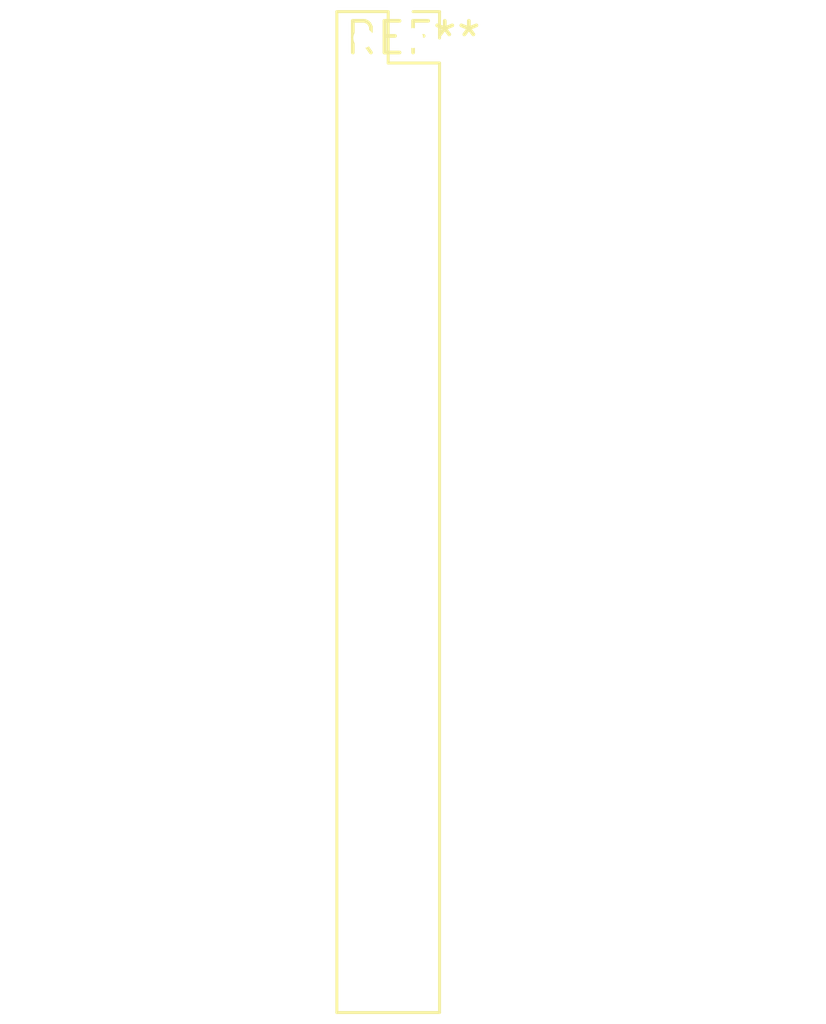
<source format=kicad_pcb>
(kicad_pcb (version 20240108) (generator pcbnew)
  (layers (0 "F.Cu" signal) (31 "B.Cu" signal) (34 "B.Paste" user) (35 "F.Paste" user) (36 "B.SilkS" user "B.Silkscreen") (37 "F.SilkS" user "F.Silkscreen") (38 "B.Mask" user) (39 "F.Mask" user) (44 "Edge.Cuts" user))
  (net 0 "")
  (footprint "PinSocket_2x20_P2.00mm_Vertical" (layer "F.Cu") (at 0 0)
    (property "Reference" "REF**")
    (property "Value" "PinSocket_2x20_P2.00mm_Vertical")
    (fp_line (start -3.06 -1.06) (end -3.06 39.06) (layer "F.SilkS") (stroke (width 0.12)))
    (fp_line (start -3.06 -1.06) (end -1 -1.06) (layer "F.SilkS") (stroke (width 0.12)))
    (fp_line (start -3.06 39.06) (end 1.06 39.06) (layer "F.SilkS") (stroke (width 0.12)))
    (fp_line (start -1 -1.06) (end -1 1) (layer "F.SilkS") (stroke (width 0.12)))
    (fp_line (start -1 1) (end 1.06 1) (layer "F.SilkS") (stroke (width 0.12)))
    (fp_line (start 0 -1.06) (end 1.06 -1.06) (layer "F.SilkS") (stroke (width 0.12)))
    (fp_line (start 1.06 -1.06) (end 1.06 0) (layer "F.SilkS") (stroke (width 0.12)))
    (fp_line (start 1.06 1) (end 1.06 39.06) (layer "F.SilkS") (stroke (width 0.12)))
    (pad "1" thru_hole rect (at 0 0) (size 1.35 1.35) (drill 0.8) (layers *.Cu *.Mask) (remove_unused_layers))
    (pad "2" thru_hole oval (at -2 0) (size 1.35 1.35) (drill 0.8) (layers *.Cu *.Mask) (remove_unused_layers))
    (pad "3" thru_hole oval (at 0 2) (size 1.35 1.35) (drill 0.8) (layers *.Cu *.Mask) (remove_unused_layers))
    (pad "4" thru_hole oval (at -2 2) (size 1.35 1.35) (drill 0.8) (layers *.Cu *.Mask) (remove_unused_layers))
    (pad "5" thru_hole oval (at 0 4) (size 1.35 1.35) (drill 0.8) (layers *.Cu *.Mask) (remove_unused_layers))
    (pad "6" thru_hole oval (at -2 4) (size 1.35 1.35) (drill 0.8) (layers *.Cu *.Mask) (remove_unused_layers))
    (pad "7" thru_hole oval (at 0 6) (size 1.35 1.35) (drill 0.8) (layers *.Cu *.Mask) (remove_unused_layers))
    (pad "8" thru_hole oval (at -2 6) (size 1.35 1.35) (drill 0.8) (layers *.Cu *.Mask) (remove_unused_layers))
    (pad "9" thru_hole oval (at 0 8) (size 1.35 1.35) (drill 0.8) (layers *.Cu *.Mask) (remove_unused_layers))
    (pad "10" thru_hole oval (at -2 8) (size 1.35 1.35) (drill 0.8) (layers *.Cu *.Mask) (remove_unused_layers))
    (pad "11" thru_hole oval (at 0 10) (size 1.35 1.35) (drill 0.8) (layers *.Cu *.Mask) (remove_unused_layers))
    (pad "12" thru_hole oval (at -2 10) (size 1.35 1.35) (drill 0.8) (layers *.Cu *.Mask) (remove_unused_layers))
    (pad "13" thru_hole oval (at 0 12) (size 1.35 1.35) (drill 0.8) (layers *.Cu *.Mask) (remove_unused_layers))
    (pad "14" thru_hole oval (at -2 12) (size 1.35 1.35) (drill 0.8) (layers *.Cu *.Mask) (remove_unused_layers))
    (pad "15" thru_hole oval (at 0 14) (size 1.35 1.35) (drill 0.8) (layers *.Cu *.Mask) (remove_unused_layers))
    (pad "16" thru_hole oval (at -2 14) (size 1.35 1.35) (drill 0.8) (layers *.Cu *.Mask) (remove_unused_layers))
    (pad "17" thru_hole oval (at 0 16) (size 1.35 1.35) (drill 0.8) (layers *.Cu *.Mask) (remove_unused_layers))
    (pad "18" thru_hole oval (at -2 16) (size 1.35 1.35) (drill 0.8) (layers *.Cu *.Mask) (remove_unused_layers))
    (pad "19" thru_hole oval (at 0 18) (size 1.35 1.35) (drill 0.8) (layers *.Cu *.Mask) (remove_unused_layers))
    (pad "20" thru_hole oval (at -2 18) (size 1.35 1.35) (drill 0.8) (layers *.Cu *.Mask) (remove_unused_layers))
    (pad "21" thru_hole oval (at 0 20) (size 1.35 1.35) (drill 0.8) (layers *.Cu *.Mask) (remove_unused_layers))
    (pad "22" thru_hole oval (at -2 20) (size 1.35 1.35) (drill 0.8) (layers *.Cu *.Mask) (remove_unused_layers))
    (pad "23" thru_hole oval (at 0 22) (size 1.35 1.35) (drill 0.8) (layers *.Cu *.Mask) (remove_unused_layers))
    (pad "24" thru_hole oval (at -2 22) (size 1.35 1.35) (drill 0.8) (layers *.Cu *.Mask) (remove_unused_layers))
    (pad "25" thru_hole oval (at 0 24) (size 1.35 1.35) (drill 0.8) (layers *.Cu *.Mask) (remove_unused_layers))
    (pad "26" thru_hole oval (at -2 24) (size 1.35 1.35) (drill 0.8) (layers *.Cu *.Mask) (remove_unused_layers))
    (pad "27" thru_hole oval (at 0 26) (size 1.35 1.35) (drill 0.8) (layers *.Cu *.Mask) (remove_unused_layers))
    (pad "28" thru_hole oval (at -2 26) (size 1.35 1.35) (drill 0.8) (layers *.Cu *.Mask) (remove_unused_layers))
    (pad "29" thru_hole oval (at 0 28) (size 1.35 1.35) (drill 0.8) (layers *.Cu *.Mask) (remove_unused_layers))
    (pad "30" thru_hole oval (at -2 28) (size 1.35 1.35) (drill 0.8) (layers *.Cu *.Mask) (remove_unused_layers))
    (pad "31" thru_hole oval (at 0 30) (size 1.35 1.35) (drill 0.8) (layers *.Cu *.Mask) (remove_unused_layers))
    (pad "32" thru_hole oval (at -2 30) (size 1.35 1.35) (drill 0.8) (layers *.Cu *.Mask) (remove_unused_layers))
    (pad "33" thru_hole oval (at 0 32) (size 1.35 1.35) (drill 0.8) (layers *.Cu *.Mask) (remove_unused_layers))
    (pad "34" thru_hole oval (at -2 32) (size 1.35 1.35) (drill 0.8) (layers *.Cu *.Mask) (remove_unused_layers))
    (pad "35" thru_hole oval (at 0 34) (size 1.35 1.35) (drill 0.8) (layers *.Cu *.Mask) (remove_unused_layers))
    (pad "36" thru_hole oval (at -2 34) (size 1.35 1.35) (drill 0.8) (layers *.Cu *.Mask) (remove_unused_layers))
    (pad "37" thru_hole oval (at 0 36) (size 1.35 1.35) (drill 0.8) (layers *.Cu *.Mask) (remove_unused_layers))
    (pad "38" thru_hole oval (at -2 36) (size 1.35 1.35) (drill 0.8) (layers *.Cu *.Mask) (remove_unused_layers))
    (pad "39" thru_hole oval (at 0 38) (size 1.35 1.35) (drill 0.8) (layers *.Cu *.Mask) (remove_unused_layers))
    (pad "40" thru_hole oval (at -2 38) (size 1.35 1.35) (drill 0.8) (layers *.Cu *.Mask) (remove_unused_layers))
  )
)
</source>
